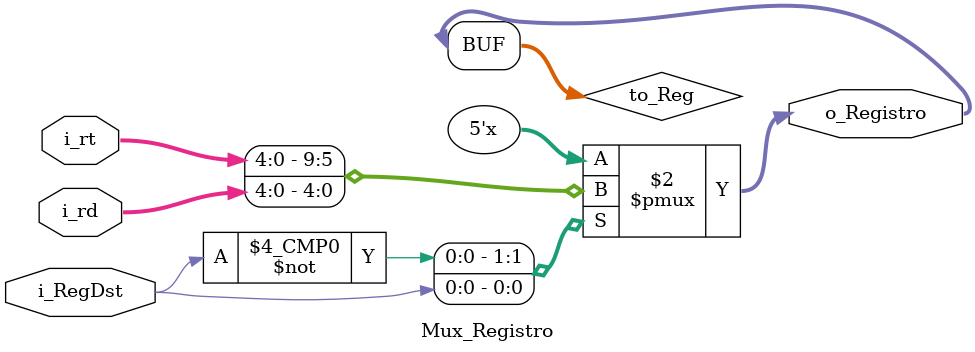
<source format=v>
`timescale 1ns / 1ps


module Mux_Registro
    #(
        parameter NBITS = 5
    )
    (
        input   wire                          i_RegDst      ,
        input   wire     [NBITS-1      :0]    i_rd          ,
        input   wire     [NBITS-1      :0]    i_rt          ,
        output  wire     [NBITS-1      :0]    o_Registro                 
    );
    
    reg [NBITS-1  :0]   to_Reg      ;
    assign  o_Registro   =   to_Reg ;
    
    always @(*)
    begin
        case(i_RegDst)
            1'b0:   to_Reg  <=  i_rt    ;   
            1'b1:   to_Reg  <=  i_rd    ;
        endcase
    end
endmodule

</source>
